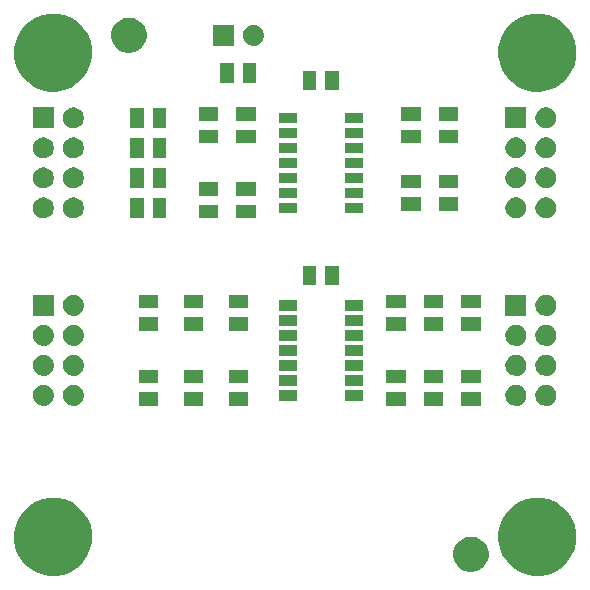
<source format=gts>
G04 (created by PCBNEW (2013-04-19 BZR 4011)-stable) date 05/01/2015 14:14:54*
%MOIN*%
G04 Gerber Fmt 3.4, Leading zero omitted, Abs format*
%FSLAX34Y34*%
G01*
G70*
G90*
G04 APERTURE LIST*
%ADD10C,0*%
G04 APERTURE END LIST*
G54D10*
G36*
X1600Y-4717D02*
X1599Y-4792D01*
X1583Y-4862D01*
X1556Y-4922D01*
X1515Y-4981D01*
X1468Y-5026D01*
X1406Y-5064D01*
X1346Y-5088D01*
X1275Y-5101D01*
X1210Y-5099D01*
X1139Y-5084D01*
X1080Y-5058D01*
X1020Y-5016D01*
X975Y-4970D01*
X936Y-4909D01*
X912Y-4848D01*
X899Y-4777D01*
X900Y-4712D01*
X915Y-4641D01*
X940Y-4582D01*
X981Y-4522D01*
X1027Y-4477D01*
X1088Y-4437D01*
X1148Y-4413D01*
X1220Y-4399D01*
X1284Y-4399D01*
X1356Y-4414D01*
X1415Y-4439D01*
X1476Y-4480D01*
X1521Y-4525D01*
X1561Y-4586D01*
X1586Y-4645D01*
X1600Y-4717D01*
X1600Y-4717D01*
G37*
G36*
X1600Y-5717D02*
X1599Y-5792D01*
X1583Y-5862D01*
X1556Y-5922D01*
X1515Y-5981D01*
X1468Y-6026D01*
X1406Y-6064D01*
X1346Y-6088D01*
X1275Y-6101D01*
X1210Y-6099D01*
X1139Y-6084D01*
X1080Y-6058D01*
X1020Y-6016D01*
X975Y-5970D01*
X936Y-5909D01*
X912Y-5848D01*
X899Y-5777D01*
X900Y-5712D01*
X915Y-5641D01*
X940Y-5582D01*
X981Y-5522D01*
X1027Y-5477D01*
X1088Y-5437D01*
X1148Y-5413D01*
X1220Y-5399D01*
X1284Y-5399D01*
X1356Y-5414D01*
X1415Y-5439D01*
X1476Y-5480D01*
X1521Y-5525D01*
X1561Y-5586D01*
X1586Y-5645D01*
X1600Y-5717D01*
X1600Y-5717D01*
G37*
G36*
X1600Y-6717D02*
X1599Y-6792D01*
X1583Y-6862D01*
X1556Y-6922D01*
X1515Y-6981D01*
X1468Y-7026D01*
X1406Y-7064D01*
X1346Y-7088D01*
X1275Y-7101D01*
X1210Y-7099D01*
X1139Y-7084D01*
X1080Y-7058D01*
X1020Y-7016D01*
X975Y-6970D01*
X936Y-6909D01*
X912Y-6848D01*
X899Y-6777D01*
X900Y-6712D01*
X915Y-6641D01*
X940Y-6582D01*
X981Y-6522D01*
X1027Y-6477D01*
X1088Y-6437D01*
X1148Y-6413D01*
X1220Y-6399D01*
X1284Y-6399D01*
X1356Y-6414D01*
X1415Y-6439D01*
X1476Y-6480D01*
X1521Y-6525D01*
X1561Y-6586D01*
X1586Y-6645D01*
X1600Y-6717D01*
X1600Y-6717D01*
G37*
G36*
X1600Y-10967D02*
X1599Y-11042D01*
X1583Y-11112D01*
X1556Y-11172D01*
X1515Y-11231D01*
X1468Y-11276D01*
X1406Y-11314D01*
X1346Y-11338D01*
X1275Y-11351D01*
X1210Y-11349D01*
X1139Y-11334D01*
X1080Y-11308D01*
X1020Y-11266D01*
X975Y-11220D01*
X936Y-11159D01*
X912Y-11098D01*
X899Y-11027D01*
X900Y-10962D01*
X915Y-10891D01*
X940Y-10832D01*
X981Y-10772D01*
X1027Y-10727D01*
X1088Y-10687D01*
X1148Y-10663D01*
X1220Y-10649D01*
X1284Y-10649D01*
X1356Y-10664D01*
X1415Y-10689D01*
X1476Y-10730D01*
X1521Y-10775D01*
X1561Y-10836D01*
X1586Y-10895D01*
X1600Y-10967D01*
X1600Y-10967D01*
G37*
G36*
X1600Y-11967D02*
X1599Y-12042D01*
X1583Y-12112D01*
X1556Y-12172D01*
X1515Y-12231D01*
X1468Y-12276D01*
X1406Y-12314D01*
X1346Y-12338D01*
X1275Y-12351D01*
X1210Y-12349D01*
X1139Y-12334D01*
X1080Y-12308D01*
X1020Y-12266D01*
X975Y-12220D01*
X936Y-12159D01*
X912Y-12098D01*
X899Y-12027D01*
X900Y-11962D01*
X915Y-11891D01*
X940Y-11832D01*
X981Y-11772D01*
X1027Y-11727D01*
X1088Y-11687D01*
X1148Y-11663D01*
X1220Y-11649D01*
X1284Y-11649D01*
X1356Y-11664D01*
X1415Y-11689D01*
X1476Y-11730D01*
X1521Y-11775D01*
X1561Y-11836D01*
X1586Y-11895D01*
X1600Y-11967D01*
X1600Y-11967D01*
G37*
G36*
X1600Y-12967D02*
X1599Y-13042D01*
X1583Y-13112D01*
X1556Y-13172D01*
X1515Y-13231D01*
X1468Y-13276D01*
X1406Y-13314D01*
X1346Y-13338D01*
X1275Y-13351D01*
X1210Y-13349D01*
X1139Y-13334D01*
X1080Y-13308D01*
X1020Y-13266D01*
X975Y-13220D01*
X936Y-13159D01*
X912Y-13098D01*
X899Y-13027D01*
X900Y-12962D01*
X915Y-12891D01*
X940Y-12832D01*
X981Y-12772D01*
X1027Y-12727D01*
X1088Y-12687D01*
X1148Y-12663D01*
X1220Y-12649D01*
X1284Y-12649D01*
X1356Y-12664D01*
X1415Y-12689D01*
X1476Y-12730D01*
X1521Y-12775D01*
X1561Y-12836D01*
X1586Y-12895D01*
X1600Y-12967D01*
X1600Y-12967D01*
G37*
G36*
X1600Y-4100D02*
X899Y-4100D01*
X899Y-3399D01*
X1600Y-3399D01*
X1600Y-4100D01*
X1600Y-4100D01*
G37*
G36*
X1600Y-10350D02*
X899Y-10350D01*
X899Y-9649D01*
X1600Y-9649D01*
X1600Y-10350D01*
X1600Y-10350D01*
G37*
G36*
X2600Y-3717D02*
X2599Y-3792D01*
X2583Y-3862D01*
X2556Y-3922D01*
X2515Y-3981D01*
X2468Y-4026D01*
X2406Y-4064D01*
X2346Y-4088D01*
X2275Y-4101D01*
X2210Y-4099D01*
X2139Y-4084D01*
X2080Y-4058D01*
X2020Y-4016D01*
X1975Y-3970D01*
X1936Y-3909D01*
X1912Y-3848D01*
X1899Y-3777D01*
X1900Y-3712D01*
X1915Y-3641D01*
X1940Y-3582D01*
X1981Y-3522D01*
X2027Y-3477D01*
X2088Y-3437D01*
X2148Y-3413D01*
X2220Y-3399D01*
X2284Y-3399D01*
X2356Y-3414D01*
X2415Y-3439D01*
X2476Y-3480D01*
X2521Y-3525D01*
X2561Y-3586D01*
X2586Y-3645D01*
X2600Y-3717D01*
X2600Y-3717D01*
G37*
G36*
X2600Y-4717D02*
X2599Y-4792D01*
X2583Y-4862D01*
X2556Y-4922D01*
X2515Y-4981D01*
X2468Y-5026D01*
X2406Y-5064D01*
X2346Y-5088D01*
X2275Y-5101D01*
X2210Y-5099D01*
X2139Y-5084D01*
X2080Y-5058D01*
X2020Y-5016D01*
X1975Y-4970D01*
X1936Y-4909D01*
X1912Y-4848D01*
X1899Y-4777D01*
X1900Y-4712D01*
X1915Y-4641D01*
X1940Y-4582D01*
X1981Y-4522D01*
X2027Y-4477D01*
X2088Y-4437D01*
X2148Y-4413D01*
X2220Y-4399D01*
X2284Y-4399D01*
X2356Y-4414D01*
X2415Y-4439D01*
X2476Y-4480D01*
X2521Y-4525D01*
X2561Y-4586D01*
X2586Y-4645D01*
X2600Y-4717D01*
X2600Y-4717D01*
G37*
G36*
X2600Y-5717D02*
X2599Y-5792D01*
X2583Y-5862D01*
X2556Y-5922D01*
X2515Y-5981D01*
X2468Y-6026D01*
X2406Y-6064D01*
X2346Y-6088D01*
X2275Y-6101D01*
X2210Y-6099D01*
X2139Y-6084D01*
X2080Y-6058D01*
X2020Y-6016D01*
X1975Y-5970D01*
X1936Y-5909D01*
X1912Y-5848D01*
X1899Y-5777D01*
X1900Y-5712D01*
X1915Y-5641D01*
X1940Y-5582D01*
X1981Y-5522D01*
X2027Y-5477D01*
X2088Y-5437D01*
X2148Y-5413D01*
X2220Y-5399D01*
X2284Y-5399D01*
X2356Y-5414D01*
X2415Y-5439D01*
X2476Y-5480D01*
X2521Y-5525D01*
X2561Y-5586D01*
X2586Y-5645D01*
X2600Y-5717D01*
X2600Y-5717D01*
G37*
G36*
X2600Y-6717D02*
X2599Y-6792D01*
X2583Y-6862D01*
X2556Y-6922D01*
X2515Y-6981D01*
X2468Y-7026D01*
X2406Y-7064D01*
X2346Y-7088D01*
X2275Y-7101D01*
X2210Y-7099D01*
X2139Y-7084D01*
X2080Y-7058D01*
X2020Y-7016D01*
X1975Y-6970D01*
X1936Y-6909D01*
X1912Y-6848D01*
X1899Y-6777D01*
X1900Y-6712D01*
X1915Y-6641D01*
X1940Y-6582D01*
X1981Y-6522D01*
X2027Y-6477D01*
X2088Y-6437D01*
X2148Y-6413D01*
X2220Y-6399D01*
X2284Y-6399D01*
X2356Y-6414D01*
X2415Y-6439D01*
X2476Y-6480D01*
X2521Y-6525D01*
X2561Y-6586D01*
X2586Y-6645D01*
X2600Y-6717D01*
X2600Y-6717D01*
G37*
G36*
X2600Y-9967D02*
X2599Y-10042D01*
X2583Y-10112D01*
X2556Y-10172D01*
X2515Y-10231D01*
X2468Y-10276D01*
X2406Y-10314D01*
X2346Y-10338D01*
X2275Y-10351D01*
X2210Y-10349D01*
X2139Y-10334D01*
X2080Y-10308D01*
X2020Y-10266D01*
X1975Y-10220D01*
X1936Y-10159D01*
X1912Y-10098D01*
X1899Y-10027D01*
X1900Y-9962D01*
X1915Y-9891D01*
X1940Y-9832D01*
X1981Y-9772D01*
X2027Y-9727D01*
X2088Y-9687D01*
X2148Y-9663D01*
X2220Y-9649D01*
X2284Y-9649D01*
X2356Y-9664D01*
X2415Y-9689D01*
X2476Y-9730D01*
X2521Y-9775D01*
X2561Y-9836D01*
X2586Y-9895D01*
X2600Y-9967D01*
X2600Y-9967D01*
G37*
G36*
X2600Y-10967D02*
X2599Y-11042D01*
X2583Y-11112D01*
X2556Y-11172D01*
X2515Y-11231D01*
X2468Y-11276D01*
X2406Y-11314D01*
X2346Y-11338D01*
X2275Y-11351D01*
X2210Y-11349D01*
X2139Y-11334D01*
X2080Y-11308D01*
X2020Y-11266D01*
X1975Y-11220D01*
X1936Y-11159D01*
X1912Y-11098D01*
X1899Y-11027D01*
X1900Y-10962D01*
X1915Y-10891D01*
X1940Y-10832D01*
X1981Y-10772D01*
X2027Y-10727D01*
X2088Y-10687D01*
X2148Y-10663D01*
X2220Y-10649D01*
X2284Y-10649D01*
X2356Y-10664D01*
X2415Y-10689D01*
X2476Y-10730D01*
X2521Y-10775D01*
X2561Y-10836D01*
X2586Y-10895D01*
X2600Y-10967D01*
X2600Y-10967D01*
G37*
G36*
X2600Y-11967D02*
X2599Y-12042D01*
X2583Y-12112D01*
X2556Y-12172D01*
X2515Y-12231D01*
X2468Y-12276D01*
X2406Y-12314D01*
X2346Y-12338D01*
X2275Y-12351D01*
X2210Y-12349D01*
X2139Y-12334D01*
X2080Y-12308D01*
X2020Y-12266D01*
X1975Y-12220D01*
X1936Y-12159D01*
X1912Y-12098D01*
X1899Y-12027D01*
X1900Y-11962D01*
X1915Y-11891D01*
X1940Y-11832D01*
X1981Y-11772D01*
X2027Y-11727D01*
X2088Y-11687D01*
X2148Y-11663D01*
X2220Y-11649D01*
X2284Y-11649D01*
X2356Y-11664D01*
X2415Y-11689D01*
X2476Y-11730D01*
X2521Y-11775D01*
X2561Y-11836D01*
X2586Y-11895D01*
X2600Y-11967D01*
X2600Y-11967D01*
G37*
G36*
X2600Y-12967D02*
X2599Y-13042D01*
X2583Y-13112D01*
X2556Y-13172D01*
X2515Y-13231D01*
X2468Y-13276D01*
X2406Y-13314D01*
X2346Y-13338D01*
X2275Y-13351D01*
X2210Y-13349D01*
X2139Y-13334D01*
X2080Y-13308D01*
X2020Y-13266D01*
X1975Y-13220D01*
X1936Y-13159D01*
X1912Y-13098D01*
X1899Y-13027D01*
X1900Y-12962D01*
X1915Y-12891D01*
X1940Y-12832D01*
X1981Y-12772D01*
X2027Y-12727D01*
X2088Y-12687D01*
X2148Y-12663D01*
X2220Y-12649D01*
X2284Y-12649D01*
X2356Y-12664D01*
X2415Y-12689D01*
X2476Y-12730D01*
X2521Y-12775D01*
X2561Y-12836D01*
X2586Y-12895D01*
X2600Y-12967D01*
X2600Y-12967D01*
G37*
G36*
X2875Y-1449D02*
X2871Y-1736D01*
X2813Y-1988D01*
X2711Y-2218D01*
X2562Y-2429D01*
X2380Y-2603D01*
X2162Y-2741D01*
X1927Y-2832D01*
X1673Y-2877D01*
X1422Y-2872D01*
X1169Y-2816D01*
X939Y-2716D01*
X726Y-2568D01*
X552Y-2387D01*
X411Y-2170D01*
X319Y-1936D01*
X272Y-1682D01*
X276Y-1431D01*
X330Y-1177D01*
X428Y-947D01*
X575Y-733D01*
X754Y-557D01*
X971Y-415D01*
X1203Y-322D01*
X1458Y-273D01*
X1709Y-275D01*
X1963Y-327D01*
X2194Y-424D01*
X2409Y-569D01*
X2585Y-747D01*
X2729Y-963D01*
X2824Y-1194D01*
X2875Y-1449D01*
X2875Y-1449D01*
G37*
G36*
X2875Y-17590D02*
X2871Y-17878D01*
X2813Y-18130D01*
X2711Y-18360D01*
X2562Y-18571D01*
X2380Y-18744D01*
X2162Y-18883D01*
X1927Y-18974D01*
X1673Y-19019D01*
X1422Y-19014D01*
X1169Y-18958D01*
X939Y-18857D01*
X726Y-18710D01*
X552Y-18529D01*
X411Y-18311D01*
X319Y-18078D01*
X272Y-17823D01*
X276Y-17573D01*
X330Y-17319D01*
X428Y-17089D01*
X575Y-16875D01*
X754Y-16699D01*
X971Y-16557D01*
X1203Y-16463D01*
X1458Y-16415D01*
X1709Y-16416D01*
X1963Y-16469D01*
X2194Y-16566D01*
X2409Y-16711D01*
X2585Y-16888D01*
X2729Y-17105D01*
X2824Y-17336D01*
X2875Y-17590D01*
X2875Y-17590D01*
G37*
G36*
X4600Y-4075D02*
X4149Y-4075D01*
X4149Y-3424D01*
X4600Y-3424D01*
X4600Y-4075D01*
X4600Y-4075D01*
G37*
G36*
X4600Y-5075D02*
X4149Y-5075D01*
X4149Y-4424D01*
X4600Y-4424D01*
X4600Y-5075D01*
X4600Y-5075D01*
G37*
G36*
X4600Y-6075D02*
X4149Y-6075D01*
X4149Y-5424D01*
X4600Y-5424D01*
X4600Y-6075D01*
X4600Y-6075D01*
G37*
G36*
X4600Y-7075D02*
X4149Y-7075D01*
X4149Y-6424D01*
X4600Y-6424D01*
X4600Y-7075D01*
X4600Y-7075D01*
G37*
G36*
X4690Y-943D02*
X4689Y-1072D01*
X4662Y-1189D01*
X4617Y-1291D01*
X4548Y-1389D01*
X4466Y-1466D01*
X4365Y-1530D01*
X4261Y-1571D01*
X4143Y-1592D01*
X4031Y-1589D01*
X3914Y-1563D01*
X3812Y-1519D01*
X3713Y-1450D01*
X3636Y-1370D01*
X3571Y-1269D01*
X3529Y-1165D01*
X3508Y-1047D01*
X3509Y-935D01*
X3534Y-818D01*
X3578Y-715D01*
X3646Y-616D01*
X3726Y-538D01*
X3826Y-472D01*
X3930Y-431D01*
X4048Y-408D01*
X4159Y-409D01*
X4277Y-433D01*
X4380Y-476D01*
X4480Y-544D01*
X4558Y-622D01*
X4625Y-723D01*
X4667Y-826D01*
X4690Y-943D01*
X4690Y-943D01*
G37*
G36*
X5075Y-10100D02*
X4424Y-10100D01*
X4424Y-9649D01*
X5075Y-9649D01*
X5075Y-10100D01*
X5075Y-10100D01*
G37*
G36*
X5075Y-10850D02*
X4424Y-10850D01*
X4424Y-10399D01*
X5075Y-10399D01*
X5075Y-10850D01*
X5075Y-10850D01*
G37*
G36*
X5075Y-12600D02*
X4424Y-12600D01*
X4424Y-12149D01*
X5075Y-12149D01*
X5075Y-12600D01*
X5075Y-12600D01*
G37*
G36*
X5075Y-13350D02*
X4424Y-13350D01*
X4424Y-12899D01*
X5075Y-12899D01*
X5075Y-13350D01*
X5075Y-13350D01*
G37*
G36*
X5350Y-4075D02*
X4899Y-4075D01*
X4899Y-3424D01*
X5350Y-3424D01*
X5350Y-4075D01*
X5350Y-4075D01*
G37*
G36*
X5350Y-5075D02*
X4899Y-5075D01*
X4899Y-4424D01*
X5350Y-4424D01*
X5350Y-5075D01*
X5350Y-5075D01*
G37*
G36*
X5350Y-6075D02*
X4899Y-6075D01*
X4899Y-5424D01*
X5350Y-5424D01*
X5350Y-6075D01*
X5350Y-6075D01*
G37*
G36*
X5350Y-7075D02*
X4899Y-7075D01*
X4899Y-6424D01*
X5350Y-6424D01*
X5350Y-7075D01*
X5350Y-7075D01*
G37*
G36*
X6575Y-10100D02*
X5924Y-10100D01*
X5924Y-9649D01*
X6575Y-9649D01*
X6575Y-10100D01*
X6575Y-10100D01*
G37*
G36*
X6575Y-10850D02*
X5924Y-10850D01*
X5924Y-10399D01*
X6575Y-10399D01*
X6575Y-10850D01*
X6575Y-10850D01*
G37*
G36*
X6575Y-12600D02*
X5924Y-12600D01*
X5924Y-12149D01*
X6575Y-12149D01*
X6575Y-12600D01*
X6575Y-12600D01*
G37*
G36*
X6575Y-13350D02*
X5924Y-13350D01*
X5924Y-12899D01*
X6575Y-12899D01*
X6575Y-13350D01*
X6575Y-13350D01*
G37*
G36*
X7075Y-3850D02*
X6424Y-3850D01*
X6424Y-3399D01*
X7075Y-3399D01*
X7075Y-3850D01*
X7075Y-3850D01*
G37*
G36*
X7075Y-4600D02*
X6424Y-4600D01*
X6424Y-4149D01*
X7075Y-4149D01*
X7075Y-4600D01*
X7075Y-4600D01*
G37*
G36*
X7075Y-6350D02*
X6424Y-6350D01*
X6424Y-5899D01*
X7075Y-5899D01*
X7075Y-6350D01*
X7075Y-6350D01*
G37*
G36*
X7075Y-7100D02*
X6424Y-7100D01*
X6424Y-6649D01*
X7075Y-6649D01*
X7075Y-7100D01*
X7075Y-7100D01*
G37*
G36*
X7600Y-1350D02*
X6899Y-1350D01*
X6899Y-649D01*
X7600Y-649D01*
X7600Y-1350D01*
X7600Y-1350D01*
G37*
G36*
X7600Y-2575D02*
X7149Y-2575D01*
X7149Y-1924D01*
X7600Y-1924D01*
X7600Y-2575D01*
X7600Y-2575D01*
G37*
G36*
X8075Y-10100D02*
X7424Y-10100D01*
X7424Y-9649D01*
X8075Y-9649D01*
X8075Y-10100D01*
X8075Y-10100D01*
G37*
G36*
X8075Y-10850D02*
X7424Y-10850D01*
X7424Y-10399D01*
X8075Y-10399D01*
X8075Y-10850D01*
X8075Y-10850D01*
G37*
G36*
X8075Y-12600D02*
X7424Y-12600D01*
X7424Y-12149D01*
X8075Y-12149D01*
X8075Y-12600D01*
X8075Y-12600D01*
G37*
G36*
X8075Y-13350D02*
X7424Y-13350D01*
X7424Y-12899D01*
X8075Y-12899D01*
X8075Y-13350D01*
X8075Y-13350D01*
G37*
G36*
X8325Y-3850D02*
X7674Y-3850D01*
X7674Y-3399D01*
X8325Y-3399D01*
X8325Y-3850D01*
X8325Y-3850D01*
G37*
G36*
X8325Y-4600D02*
X7674Y-4600D01*
X7674Y-4149D01*
X8325Y-4149D01*
X8325Y-4600D01*
X8325Y-4600D01*
G37*
G36*
X8325Y-6350D02*
X7674Y-6350D01*
X7674Y-5899D01*
X8325Y-5899D01*
X8325Y-6350D01*
X8325Y-6350D01*
G37*
G36*
X8325Y-7100D02*
X7674Y-7100D01*
X7674Y-6649D01*
X8325Y-6649D01*
X8325Y-7100D01*
X8325Y-7100D01*
G37*
G36*
X8350Y-2575D02*
X7899Y-2575D01*
X7899Y-1924D01*
X8350Y-1924D01*
X8350Y-2575D01*
X8350Y-2575D01*
G37*
G36*
X8600Y-967D02*
X8599Y-1042D01*
X8583Y-1112D01*
X8556Y-1172D01*
X8515Y-1231D01*
X8468Y-1276D01*
X8406Y-1314D01*
X8346Y-1338D01*
X8275Y-1351D01*
X8210Y-1349D01*
X8139Y-1334D01*
X8080Y-1308D01*
X8020Y-1266D01*
X7975Y-1220D01*
X7936Y-1159D01*
X7912Y-1098D01*
X7899Y-1027D01*
X7900Y-962D01*
X7915Y-891D01*
X7940Y-832D01*
X7981Y-772D01*
X8027Y-727D01*
X8088Y-687D01*
X8148Y-663D01*
X8220Y-649D01*
X8284Y-649D01*
X8356Y-664D01*
X8415Y-689D01*
X8476Y-730D01*
X8521Y-775D01*
X8561Y-836D01*
X8586Y-895D01*
X8600Y-967D01*
X8600Y-967D01*
G37*
G36*
X9700Y-3925D02*
X9099Y-3925D01*
X9099Y-3574D01*
X9700Y-3574D01*
X9700Y-3925D01*
X9700Y-3925D01*
G37*
G36*
X9700Y-4425D02*
X9099Y-4425D01*
X9099Y-4074D01*
X9700Y-4074D01*
X9700Y-4425D01*
X9700Y-4425D01*
G37*
G36*
X9700Y-4925D02*
X9099Y-4925D01*
X9099Y-4574D01*
X9700Y-4574D01*
X9700Y-4925D01*
X9700Y-4925D01*
G37*
G36*
X9700Y-5425D02*
X9099Y-5425D01*
X9099Y-5074D01*
X9700Y-5074D01*
X9700Y-5425D01*
X9700Y-5425D01*
G37*
G36*
X9700Y-5925D02*
X9099Y-5925D01*
X9099Y-5574D01*
X9700Y-5574D01*
X9700Y-5925D01*
X9700Y-5925D01*
G37*
G36*
X9700Y-6425D02*
X9099Y-6425D01*
X9099Y-6074D01*
X9700Y-6074D01*
X9700Y-6425D01*
X9700Y-6425D01*
G37*
G36*
X9700Y-6925D02*
X9099Y-6925D01*
X9099Y-6574D01*
X9700Y-6574D01*
X9700Y-6925D01*
X9700Y-6925D01*
G37*
G36*
X9700Y-10175D02*
X9099Y-10175D01*
X9099Y-9824D01*
X9700Y-9824D01*
X9700Y-10175D01*
X9700Y-10175D01*
G37*
G36*
X9700Y-10675D02*
X9099Y-10675D01*
X9099Y-10324D01*
X9700Y-10324D01*
X9700Y-10675D01*
X9700Y-10675D01*
G37*
G36*
X9700Y-11175D02*
X9099Y-11175D01*
X9099Y-10824D01*
X9700Y-10824D01*
X9700Y-11175D01*
X9700Y-11175D01*
G37*
G36*
X9700Y-11675D02*
X9099Y-11675D01*
X9099Y-11324D01*
X9700Y-11324D01*
X9700Y-11675D01*
X9700Y-11675D01*
G37*
G36*
X9700Y-12175D02*
X9099Y-12175D01*
X9099Y-11824D01*
X9700Y-11824D01*
X9700Y-12175D01*
X9700Y-12175D01*
G37*
G36*
X9700Y-12675D02*
X9099Y-12675D01*
X9099Y-12324D01*
X9700Y-12324D01*
X9700Y-12675D01*
X9700Y-12675D01*
G37*
G36*
X9700Y-13175D02*
X9099Y-13175D01*
X9099Y-12824D01*
X9700Y-12824D01*
X9700Y-13175D01*
X9700Y-13175D01*
G37*
G36*
X10350Y-2825D02*
X9899Y-2825D01*
X9899Y-2174D01*
X10350Y-2174D01*
X10350Y-2825D01*
X10350Y-2825D01*
G37*
G36*
X10350Y-9325D02*
X9899Y-9325D01*
X9899Y-8674D01*
X10350Y-8674D01*
X10350Y-9325D01*
X10350Y-9325D01*
G37*
G36*
X11100Y-2825D02*
X10649Y-2825D01*
X10649Y-2174D01*
X11100Y-2174D01*
X11100Y-2825D01*
X11100Y-2825D01*
G37*
G36*
X11100Y-9325D02*
X10649Y-9325D01*
X10649Y-8674D01*
X11100Y-8674D01*
X11100Y-9325D01*
X11100Y-9325D01*
G37*
G36*
X11900Y-3925D02*
X11299Y-3925D01*
X11299Y-3574D01*
X11900Y-3574D01*
X11900Y-3925D01*
X11900Y-3925D01*
G37*
G36*
X11900Y-4425D02*
X11299Y-4425D01*
X11299Y-4074D01*
X11900Y-4074D01*
X11900Y-4425D01*
X11900Y-4425D01*
G37*
G36*
X11900Y-4925D02*
X11299Y-4925D01*
X11299Y-4574D01*
X11900Y-4574D01*
X11900Y-4925D01*
X11900Y-4925D01*
G37*
G36*
X11900Y-5425D02*
X11299Y-5425D01*
X11299Y-5074D01*
X11900Y-5074D01*
X11900Y-5425D01*
X11900Y-5425D01*
G37*
G36*
X11900Y-5925D02*
X11299Y-5925D01*
X11299Y-5574D01*
X11900Y-5574D01*
X11900Y-5925D01*
X11900Y-5925D01*
G37*
G36*
X11900Y-6425D02*
X11299Y-6425D01*
X11299Y-6074D01*
X11900Y-6074D01*
X11900Y-6425D01*
X11900Y-6425D01*
G37*
G36*
X11900Y-6925D02*
X11299Y-6925D01*
X11299Y-6574D01*
X11900Y-6574D01*
X11900Y-6925D01*
X11900Y-6925D01*
G37*
G36*
X11900Y-10175D02*
X11299Y-10175D01*
X11299Y-9824D01*
X11900Y-9824D01*
X11900Y-10175D01*
X11900Y-10175D01*
G37*
G36*
X11900Y-10675D02*
X11299Y-10675D01*
X11299Y-10324D01*
X11900Y-10324D01*
X11900Y-10675D01*
X11900Y-10675D01*
G37*
G36*
X11900Y-11175D02*
X11299Y-11175D01*
X11299Y-10824D01*
X11900Y-10824D01*
X11900Y-11175D01*
X11900Y-11175D01*
G37*
G36*
X11900Y-11675D02*
X11299Y-11675D01*
X11299Y-11324D01*
X11900Y-11324D01*
X11900Y-11675D01*
X11900Y-11675D01*
G37*
G36*
X11900Y-12175D02*
X11299Y-12175D01*
X11299Y-11824D01*
X11900Y-11824D01*
X11900Y-12175D01*
X11900Y-12175D01*
G37*
G36*
X11900Y-12675D02*
X11299Y-12675D01*
X11299Y-12324D01*
X11900Y-12324D01*
X11900Y-12675D01*
X11900Y-12675D01*
G37*
G36*
X11900Y-13175D02*
X11299Y-13175D01*
X11299Y-12824D01*
X11900Y-12824D01*
X11900Y-13175D01*
X11900Y-13175D01*
G37*
G36*
X13325Y-10100D02*
X12674Y-10100D01*
X12674Y-9649D01*
X13325Y-9649D01*
X13325Y-10100D01*
X13325Y-10100D01*
G37*
G36*
X13325Y-10850D02*
X12674Y-10850D01*
X12674Y-10399D01*
X13325Y-10399D01*
X13325Y-10850D01*
X13325Y-10850D01*
G37*
G36*
X13325Y-12600D02*
X12674Y-12600D01*
X12674Y-12149D01*
X13325Y-12149D01*
X13325Y-12600D01*
X13325Y-12600D01*
G37*
G36*
X13325Y-13350D02*
X12674Y-13350D01*
X12674Y-12899D01*
X13325Y-12899D01*
X13325Y-13350D01*
X13325Y-13350D01*
G37*
G36*
X13825Y-3850D02*
X13174Y-3850D01*
X13174Y-3399D01*
X13825Y-3399D01*
X13825Y-3850D01*
X13825Y-3850D01*
G37*
G36*
X13825Y-4600D02*
X13174Y-4600D01*
X13174Y-4149D01*
X13825Y-4149D01*
X13825Y-4600D01*
X13825Y-4600D01*
G37*
G36*
X13825Y-6100D02*
X13174Y-6100D01*
X13174Y-5649D01*
X13825Y-5649D01*
X13825Y-6100D01*
X13825Y-6100D01*
G37*
G36*
X13825Y-6850D02*
X13174Y-6850D01*
X13174Y-6399D01*
X13825Y-6399D01*
X13825Y-6850D01*
X13825Y-6850D01*
G37*
G36*
X14575Y-10100D02*
X13924Y-10100D01*
X13924Y-9649D01*
X14575Y-9649D01*
X14575Y-10100D01*
X14575Y-10100D01*
G37*
G36*
X14575Y-10850D02*
X13924Y-10850D01*
X13924Y-10399D01*
X14575Y-10399D01*
X14575Y-10850D01*
X14575Y-10850D01*
G37*
G36*
X14575Y-12600D02*
X13924Y-12600D01*
X13924Y-12149D01*
X14575Y-12149D01*
X14575Y-12600D01*
X14575Y-12600D01*
G37*
G36*
X14575Y-13350D02*
X13924Y-13350D01*
X13924Y-12899D01*
X14575Y-12899D01*
X14575Y-13350D01*
X14575Y-13350D01*
G37*
G36*
X15075Y-3850D02*
X14424Y-3850D01*
X14424Y-3399D01*
X15075Y-3399D01*
X15075Y-3850D01*
X15075Y-3850D01*
G37*
G36*
X15075Y-4600D02*
X14424Y-4600D01*
X14424Y-4149D01*
X15075Y-4149D01*
X15075Y-4600D01*
X15075Y-4600D01*
G37*
G36*
X15075Y-6100D02*
X14424Y-6100D01*
X14424Y-5649D01*
X15075Y-5649D01*
X15075Y-6100D01*
X15075Y-6100D01*
G37*
G36*
X15075Y-6850D02*
X14424Y-6850D01*
X14424Y-6399D01*
X15075Y-6399D01*
X15075Y-6850D01*
X15075Y-6850D01*
G37*
G36*
X15825Y-10100D02*
X15174Y-10100D01*
X15174Y-9649D01*
X15825Y-9649D01*
X15825Y-10100D01*
X15825Y-10100D01*
G37*
G36*
X15825Y-10850D02*
X15174Y-10850D01*
X15174Y-10399D01*
X15825Y-10399D01*
X15825Y-10850D01*
X15825Y-10850D01*
G37*
G36*
X15825Y-12600D02*
X15174Y-12600D01*
X15174Y-12149D01*
X15825Y-12149D01*
X15825Y-12600D01*
X15825Y-12600D01*
G37*
G36*
X15825Y-13350D02*
X15174Y-13350D01*
X15174Y-12899D01*
X15825Y-12899D01*
X15825Y-13350D01*
X15825Y-13350D01*
G37*
G36*
X16090Y-18243D02*
X16089Y-18372D01*
X16062Y-18489D01*
X16017Y-18591D01*
X15948Y-18689D01*
X15866Y-18766D01*
X15765Y-18830D01*
X15661Y-18871D01*
X15543Y-18892D01*
X15431Y-18889D01*
X15314Y-18863D01*
X15212Y-18819D01*
X15113Y-18750D01*
X15036Y-18670D01*
X14971Y-18569D01*
X14929Y-18465D01*
X14908Y-18347D01*
X14909Y-18235D01*
X14934Y-18118D01*
X14978Y-18015D01*
X15046Y-17916D01*
X15126Y-17838D01*
X15226Y-17772D01*
X15330Y-17731D01*
X15448Y-17708D01*
X15559Y-17709D01*
X15677Y-17733D01*
X15780Y-17776D01*
X15880Y-17844D01*
X15958Y-17922D01*
X16025Y-18023D01*
X16067Y-18126D01*
X16090Y-18243D01*
X16090Y-18243D01*
G37*
G36*
X17350Y-4717D02*
X17349Y-4792D01*
X17333Y-4862D01*
X17306Y-4922D01*
X17265Y-4981D01*
X17218Y-5026D01*
X17156Y-5064D01*
X17096Y-5088D01*
X17025Y-5101D01*
X16960Y-5099D01*
X16889Y-5084D01*
X16830Y-5058D01*
X16770Y-5016D01*
X16725Y-4970D01*
X16686Y-4909D01*
X16662Y-4848D01*
X16649Y-4777D01*
X16650Y-4712D01*
X16665Y-4641D01*
X16690Y-4582D01*
X16731Y-4522D01*
X16777Y-4477D01*
X16838Y-4437D01*
X16898Y-4413D01*
X16970Y-4399D01*
X17034Y-4399D01*
X17106Y-4414D01*
X17165Y-4439D01*
X17226Y-4480D01*
X17271Y-4525D01*
X17311Y-4586D01*
X17336Y-4645D01*
X17350Y-4717D01*
X17350Y-4717D01*
G37*
G36*
X17350Y-5717D02*
X17349Y-5792D01*
X17333Y-5862D01*
X17306Y-5922D01*
X17265Y-5981D01*
X17218Y-6026D01*
X17156Y-6064D01*
X17096Y-6088D01*
X17025Y-6101D01*
X16960Y-6099D01*
X16889Y-6084D01*
X16830Y-6058D01*
X16770Y-6016D01*
X16725Y-5970D01*
X16686Y-5909D01*
X16662Y-5848D01*
X16649Y-5777D01*
X16650Y-5712D01*
X16665Y-5641D01*
X16690Y-5582D01*
X16731Y-5522D01*
X16777Y-5477D01*
X16838Y-5437D01*
X16898Y-5413D01*
X16970Y-5399D01*
X17034Y-5399D01*
X17106Y-5414D01*
X17165Y-5439D01*
X17226Y-5480D01*
X17271Y-5525D01*
X17311Y-5586D01*
X17336Y-5645D01*
X17350Y-5717D01*
X17350Y-5717D01*
G37*
G36*
X17350Y-6717D02*
X17349Y-6792D01*
X17333Y-6862D01*
X17306Y-6922D01*
X17265Y-6981D01*
X17218Y-7026D01*
X17156Y-7064D01*
X17096Y-7088D01*
X17025Y-7101D01*
X16960Y-7099D01*
X16889Y-7084D01*
X16830Y-7058D01*
X16770Y-7016D01*
X16725Y-6970D01*
X16686Y-6909D01*
X16662Y-6848D01*
X16649Y-6777D01*
X16650Y-6712D01*
X16665Y-6641D01*
X16690Y-6582D01*
X16731Y-6522D01*
X16777Y-6477D01*
X16838Y-6437D01*
X16898Y-6413D01*
X16970Y-6399D01*
X17034Y-6399D01*
X17106Y-6414D01*
X17165Y-6439D01*
X17226Y-6480D01*
X17271Y-6525D01*
X17311Y-6586D01*
X17336Y-6645D01*
X17350Y-6717D01*
X17350Y-6717D01*
G37*
G36*
X17350Y-10967D02*
X17349Y-11042D01*
X17333Y-11112D01*
X17306Y-11172D01*
X17265Y-11231D01*
X17218Y-11276D01*
X17156Y-11314D01*
X17096Y-11338D01*
X17025Y-11351D01*
X16960Y-11349D01*
X16889Y-11334D01*
X16830Y-11308D01*
X16770Y-11266D01*
X16725Y-11220D01*
X16686Y-11159D01*
X16662Y-11098D01*
X16649Y-11027D01*
X16650Y-10962D01*
X16665Y-10891D01*
X16690Y-10832D01*
X16731Y-10772D01*
X16777Y-10727D01*
X16838Y-10687D01*
X16898Y-10663D01*
X16970Y-10649D01*
X17034Y-10649D01*
X17106Y-10664D01*
X17165Y-10689D01*
X17226Y-10730D01*
X17271Y-10775D01*
X17311Y-10836D01*
X17336Y-10895D01*
X17350Y-10967D01*
X17350Y-10967D01*
G37*
G36*
X17350Y-11967D02*
X17349Y-12042D01*
X17333Y-12112D01*
X17306Y-12172D01*
X17265Y-12231D01*
X17218Y-12276D01*
X17156Y-12314D01*
X17096Y-12338D01*
X17025Y-12351D01*
X16960Y-12349D01*
X16889Y-12334D01*
X16830Y-12308D01*
X16770Y-12266D01*
X16725Y-12220D01*
X16686Y-12159D01*
X16662Y-12098D01*
X16649Y-12027D01*
X16650Y-11962D01*
X16665Y-11891D01*
X16690Y-11832D01*
X16731Y-11772D01*
X16777Y-11727D01*
X16838Y-11687D01*
X16898Y-11663D01*
X16970Y-11649D01*
X17034Y-11649D01*
X17106Y-11664D01*
X17165Y-11689D01*
X17226Y-11730D01*
X17271Y-11775D01*
X17311Y-11836D01*
X17336Y-11895D01*
X17350Y-11967D01*
X17350Y-11967D01*
G37*
G36*
X17350Y-12967D02*
X17349Y-13042D01*
X17333Y-13112D01*
X17306Y-13172D01*
X17265Y-13231D01*
X17218Y-13276D01*
X17156Y-13314D01*
X17096Y-13338D01*
X17025Y-13351D01*
X16960Y-13349D01*
X16889Y-13334D01*
X16830Y-13308D01*
X16770Y-13266D01*
X16725Y-13220D01*
X16686Y-13159D01*
X16662Y-13098D01*
X16649Y-13027D01*
X16650Y-12962D01*
X16665Y-12891D01*
X16690Y-12832D01*
X16731Y-12772D01*
X16777Y-12727D01*
X16838Y-12687D01*
X16898Y-12663D01*
X16970Y-12649D01*
X17034Y-12649D01*
X17106Y-12664D01*
X17165Y-12689D01*
X17226Y-12730D01*
X17271Y-12775D01*
X17311Y-12836D01*
X17336Y-12895D01*
X17350Y-12967D01*
X17350Y-12967D01*
G37*
G36*
X17350Y-4100D02*
X16649Y-4100D01*
X16649Y-3399D01*
X17350Y-3399D01*
X17350Y-4100D01*
X17350Y-4100D01*
G37*
G36*
X17350Y-10350D02*
X16649Y-10350D01*
X16649Y-9649D01*
X17350Y-9649D01*
X17350Y-10350D01*
X17350Y-10350D01*
G37*
G36*
X18350Y-3717D02*
X18349Y-3792D01*
X18333Y-3862D01*
X18306Y-3922D01*
X18265Y-3981D01*
X18218Y-4026D01*
X18156Y-4064D01*
X18096Y-4088D01*
X18025Y-4101D01*
X17960Y-4099D01*
X17889Y-4084D01*
X17830Y-4058D01*
X17770Y-4016D01*
X17725Y-3970D01*
X17686Y-3909D01*
X17662Y-3848D01*
X17649Y-3777D01*
X17650Y-3712D01*
X17665Y-3641D01*
X17690Y-3582D01*
X17731Y-3522D01*
X17777Y-3477D01*
X17838Y-3437D01*
X17898Y-3413D01*
X17970Y-3399D01*
X18034Y-3399D01*
X18106Y-3414D01*
X18165Y-3439D01*
X18226Y-3480D01*
X18271Y-3525D01*
X18311Y-3586D01*
X18336Y-3645D01*
X18350Y-3717D01*
X18350Y-3717D01*
G37*
G36*
X18350Y-4717D02*
X18349Y-4792D01*
X18333Y-4862D01*
X18306Y-4922D01*
X18265Y-4981D01*
X18218Y-5026D01*
X18156Y-5064D01*
X18096Y-5088D01*
X18025Y-5101D01*
X17960Y-5099D01*
X17889Y-5084D01*
X17830Y-5058D01*
X17770Y-5016D01*
X17725Y-4970D01*
X17686Y-4909D01*
X17662Y-4848D01*
X17649Y-4777D01*
X17650Y-4712D01*
X17665Y-4641D01*
X17690Y-4582D01*
X17731Y-4522D01*
X17777Y-4477D01*
X17838Y-4437D01*
X17898Y-4413D01*
X17970Y-4399D01*
X18034Y-4399D01*
X18106Y-4414D01*
X18165Y-4439D01*
X18226Y-4480D01*
X18271Y-4525D01*
X18311Y-4586D01*
X18336Y-4645D01*
X18350Y-4717D01*
X18350Y-4717D01*
G37*
G36*
X18350Y-5717D02*
X18349Y-5792D01*
X18333Y-5862D01*
X18306Y-5922D01*
X18265Y-5981D01*
X18218Y-6026D01*
X18156Y-6064D01*
X18096Y-6088D01*
X18025Y-6101D01*
X17960Y-6099D01*
X17889Y-6084D01*
X17830Y-6058D01*
X17770Y-6016D01*
X17725Y-5970D01*
X17686Y-5909D01*
X17662Y-5848D01*
X17649Y-5777D01*
X17650Y-5712D01*
X17665Y-5641D01*
X17690Y-5582D01*
X17731Y-5522D01*
X17777Y-5477D01*
X17838Y-5437D01*
X17898Y-5413D01*
X17970Y-5399D01*
X18034Y-5399D01*
X18106Y-5414D01*
X18165Y-5439D01*
X18226Y-5480D01*
X18271Y-5525D01*
X18311Y-5586D01*
X18336Y-5645D01*
X18350Y-5717D01*
X18350Y-5717D01*
G37*
G36*
X18350Y-6717D02*
X18349Y-6792D01*
X18333Y-6862D01*
X18306Y-6922D01*
X18265Y-6981D01*
X18218Y-7026D01*
X18156Y-7064D01*
X18096Y-7088D01*
X18025Y-7101D01*
X17960Y-7099D01*
X17889Y-7084D01*
X17830Y-7058D01*
X17770Y-7016D01*
X17725Y-6970D01*
X17686Y-6909D01*
X17662Y-6848D01*
X17649Y-6777D01*
X17650Y-6712D01*
X17665Y-6641D01*
X17690Y-6582D01*
X17731Y-6522D01*
X17777Y-6477D01*
X17838Y-6437D01*
X17898Y-6413D01*
X17970Y-6399D01*
X18034Y-6399D01*
X18106Y-6414D01*
X18165Y-6439D01*
X18226Y-6480D01*
X18271Y-6525D01*
X18311Y-6586D01*
X18336Y-6645D01*
X18350Y-6717D01*
X18350Y-6717D01*
G37*
G36*
X18350Y-9967D02*
X18349Y-10042D01*
X18333Y-10112D01*
X18306Y-10172D01*
X18265Y-10231D01*
X18218Y-10276D01*
X18156Y-10314D01*
X18096Y-10338D01*
X18025Y-10351D01*
X17960Y-10349D01*
X17889Y-10334D01*
X17830Y-10308D01*
X17770Y-10266D01*
X17725Y-10220D01*
X17686Y-10159D01*
X17662Y-10098D01*
X17649Y-10027D01*
X17650Y-9962D01*
X17665Y-9891D01*
X17690Y-9832D01*
X17731Y-9772D01*
X17777Y-9727D01*
X17838Y-9687D01*
X17898Y-9663D01*
X17970Y-9649D01*
X18034Y-9649D01*
X18106Y-9664D01*
X18165Y-9689D01*
X18226Y-9730D01*
X18271Y-9775D01*
X18311Y-9836D01*
X18336Y-9895D01*
X18350Y-9967D01*
X18350Y-9967D01*
G37*
G36*
X18350Y-10967D02*
X18349Y-11042D01*
X18333Y-11112D01*
X18306Y-11172D01*
X18265Y-11231D01*
X18218Y-11276D01*
X18156Y-11314D01*
X18096Y-11338D01*
X18025Y-11351D01*
X17960Y-11349D01*
X17889Y-11334D01*
X17830Y-11308D01*
X17770Y-11266D01*
X17725Y-11220D01*
X17686Y-11159D01*
X17662Y-11098D01*
X17649Y-11027D01*
X17650Y-10962D01*
X17665Y-10891D01*
X17690Y-10832D01*
X17731Y-10772D01*
X17777Y-10727D01*
X17838Y-10687D01*
X17898Y-10663D01*
X17970Y-10649D01*
X18034Y-10649D01*
X18106Y-10664D01*
X18165Y-10689D01*
X18226Y-10730D01*
X18271Y-10775D01*
X18311Y-10836D01*
X18336Y-10895D01*
X18350Y-10967D01*
X18350Y-10967D01*
G37*
G36*
X18350Y-11967D02*
X18349Y-12042D01*
X18333Y-12112D01*
X18306Y-12172D01*
X18265Y-12231D01*
X18218Y-12276D01*
X18156Y-12314D01*
X18096Y-12338D01*
X18025Y-12351D01*
X17960Y-12349D01*
X17889Y-12334D01*
X17830Y-12308D01*
X17770Y-12266D01*
X17725Y-12220D01*
X17686Y-12159D01*
X17662Y-12098D01*
X17649Y-12027D01*
X17650Y-11962D01*
X17665Y-11891D01*
X17690Y-11832D01*
X17731Y-11772D01*
X17777Y-11727D01*
X17838Y-11687D01*
X17898Y-11663D01*
X17970Y-11649D01*
X18034Y-11649D01*
X18106Y-11664D01*
X18165Y-11689D01*
X18226Y-11730D01*
X18271Y-11775D01*
X18311Y-11836D01*
X18336Y-11895D01*
X18350Y-11967D01*
X18350Y-11967D01*
G37*
G36*
X18350Y-12967D02*
X18349Y-13042D01*
X18333Y-13112D01*
X18306Y-13172D01*
X18265Y-13231D01*
X18218Y-13276D01*
X18156Y-13314D01*
X18096Y-13338D01*
X18025Y-13351D01*
X17960Y-13349D01*
X17889Y-13334D01*
X17830Y-13308D01*
X17770Y-13266D01*
X17725Y-13220D01*
X17686Y-13159D01*
X17662Y-13098D01*
X17649Y-13027D01*
X17650Y-12962D01*
X17665Y-12891D01*
X17690Y-12832D01*
X17731Y-12772D01*
X17777Y-12727D01*
X17838Y-12687D01*
X17898Y-12663D01*
X17970Y-12649D01*
X18034Y-12649D01*
X18106Y-12664D01*
X18165Y-12689D01*
X18226Y-12730D01*
X18271Y-12775D01*
X18311Y-12836D01*
X18336Y-12895D01*
X18350Y-12967D01*
X18350Y-12967D01*
G37*
G36*
X19016Y-1449D02*
X19012Y-1736D01*
X18955Y-1988D01*
X18853Y-2218D01*
X18704Y-2429D01*
X18522Y-2603D01*
X18303Y-2741D01*
X18069Y-2832D01*
X17814Y-2877D01*
X17563Y-2872D01*
X17310Y-2816D01*
X17080Y-2716D01*
X16868Y-2568D01*
X16693Y-2387D01*
X16553Y-2170D01*
X16461Y-1936D01*
X16414Y-1682D01*
X16417Y-1431D01*
X16471Y-1177D01*
X16570Y-947D01*
X16717Y-733D01*
X16896Y-557D01*
X17113Y-415D01*
X17345Y-322D01*
X17600Y-273D01*
X17850Y-275D01*
X18105Y-327D01*
X18335Y-424D01*
X18551Y-569D01*
X18727Y-747D01*
X18871Y-963D01*
X18966Y-1194D01*
X19016Y-1449D01*
X19016Y-1449D01*
G37*
G36*
X19016Y-17590D02*
X19012Y-17878D01*
X18955Y-18130D01*
X18853Y-18360D01*
X18704Y-18571D01*
X18522Y-18744D01*
X18303Y-18883D01*
X18069Y-18974D01*
X17814Y-19019D01*
X17563Y-19014D01*
X17310Y-18958D01*
X17080Y-18857D01*
X16868Y-18710D01*
X16693Y-18529D01*
X16553Y-18311D01*
X16461Y-18078D01*
X16414Y-17823D01*
X16417Y-17573D01*
X16471Y-17319D01*
X16570Y-17089D01*
X16717Y-16875D01*
X16896Y-16699D01*
X17113Y-16557D01*
X17345Y-16463D01*
X17600Y-16415D01*
X17850Y-16416D01*
X18105Y-16469D01*
X18335Y-16566D01*
X18551Y-16711D01*
X18727Y-16888D01*
X18871Y-17105D01*
X18966Y-17336D01*
X19016Y-17590D01*
X19016Y-17590D01*
G37*
M02*

</source>
